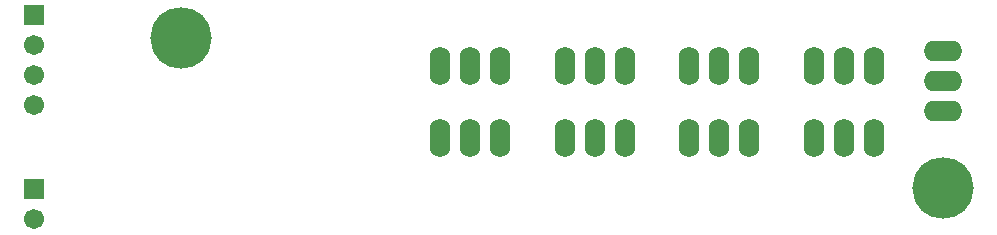
<source format=gbs>
G04 Layer_Color=16711935*
%FSLAX23Y23*%
%MOIN*%
G70*
G01*
G75*
%ADD58O,0.068X0.128*%
%ADD59R,0.067X0.067*%
%ADD60C,0.067*%
%ADD61C,0.205*%
%ADD62O,0.128X0.068*%
D58*
X2065Y605D02*
D03*
X1965D02*
D03*
X1865D02*
D03*
X2480D02*
D03*
X2380D02*
D03*
X2280D02*
D03*
X2895D02*
D03*
X2795D02*
D03*
X2695D02*
D03*
X3110Y365D02*
D03*
X3210D02*
D03*
X3310D02*
D03*
X1865D02*
D03*
X1965D02*
D03*
X2065D02*
D03*
X3310Y605D02*
D03*
X3210D02*
D03*
X3110D02*
D03*
X2280Y365D02*
D03*
X2380D02*
D03*
X2480D02*
D03*
X2695D02*
D03*
X2795D02*
D03*
X2895D02*
D03*
D59*
X510Y195D02*
D03*
Y775D02*
D03*
D60*
Y95D02*
D03*
Y475D02*
D03*
Y675D02*
D03*
Y575D02*
D03*
D61*
X3540Y200D02*
D03*
X1000Y700D02*
D03*
D62*
X3540Y455D02*
D03*
Y555D02*
D03*
Y655D02*
D03*
M02*

</source>
